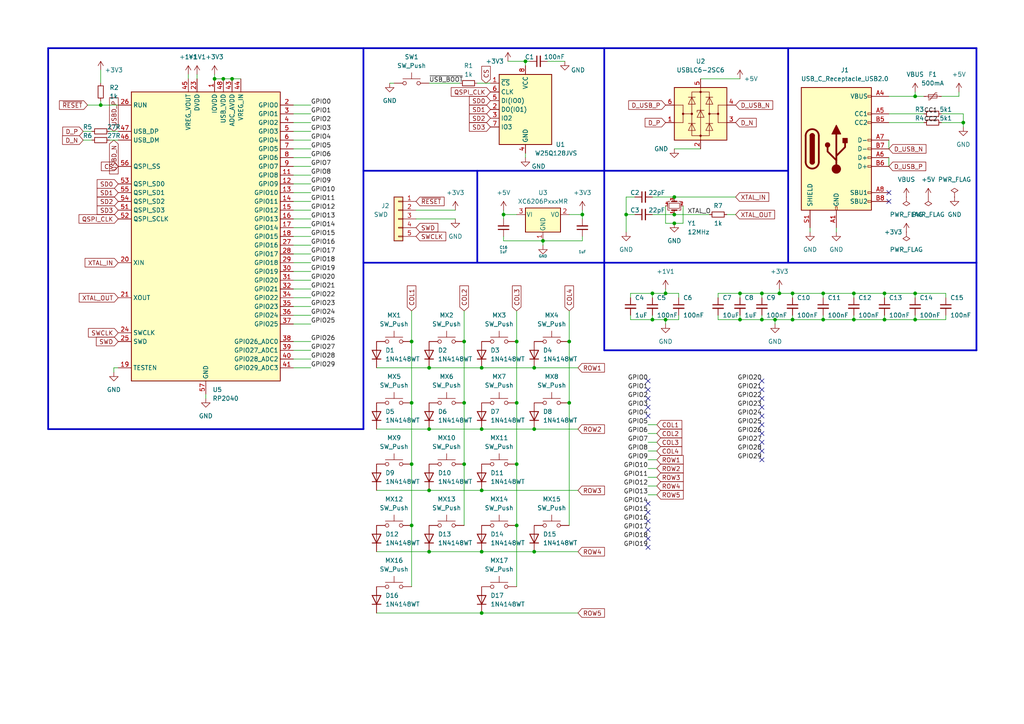
<source format=kicad_sch>
(kicad_sch (version 20230121) (generator eeschema)
  (paper "A4")
  (title_block (title "RP2040 - KB Starter") (date "2024-02-13") (rev "0.2") (company "plushugh") (comment 1 "forked from github/Sleepdealr/RP2040-designguide"))
  (junction (at 195.58 64.77))
  (junction (at 29.21 30.48))
  (junction (at 195.58 62.23))
  (junction (at 224.79 92.71))
  (junction (at 154.94 106.68))
  (junction (at 220.98 92.71))
  (junction (at 238.76 92.71))
  (junction (at 238.76 85.09))
  (junction (at 247.65 92.71))
  (junction (at 149.86 116.84))
  (junction (at 124.46 124.46))
  (junction (at 256.54 85.09))
  (junction (at 247.65 85.09))
  (junction (at 134.62 116.84))
  (junction (at 154.94 124.46))
  (junction (at 256.54 92.71))
  (junction (at 154.94 160.02))
  (junction (at 165.1 116.84))
  (junction (at 119.38 99.06))
  (junction (at 124.46 106.68))
  (junction (at 134.62 134.62))
  (junction (at 134.62 99.06))
  (junction (at 149.86 152.4))
  (junction (at 139.7 142.24))
  (junction (at 165.1 99.06))
  (junction (at 214.63 85.09))
  (junction (at 279.4 35.56))
  (junction (at 139.7 124.46))
  (junction (at 220.98 85.09))
  (junction (at 62.23 22.86))
  (junction (at 149.86 99.06))
  (junction (at 119.38 116.84))
  (junction (at 181.61 62.23))
  (junction (at 226.06 85.09))
  (junction (at 119.38 152.4))
  (junction (at 214.63 92.71))
  (junction (at 139.7 106.68))
  (junction (at 146.05 62.23))
  (junction (at 229.87 85.09))
  (junction (at 139.7 177.8))
  (junction (at 189.23 85.09))
  (junction (at 229.87 92.71))
  (junction (at 119.38 134.62))
  (junction (at 265.43 92.71))
  (junction (at 168.91 62.23))
  (junction (at 157.48 69.85))
  (junction (at 124.46 160.02))
  (junction (at 265.43 85.09))
  (junction (at 195.58 57.15))
  (junction (at 193.04 85.09))
  (junction (at 193.04 92.71))
  (junction (at 139.7 160.02))
  (junction (at 64.77 22.86))
  (junction (at 124.46 142.24))
  (junction (at 149.86 134.62))
  (junction (at 265.43 27.94))
  (junction (at 152.4 17.78))
  (junction (at 67.31 22.86))
  (junction (at 189.23 92.71))
  (no_connect (at 187.96 158.75))
  (no_connect (at 220.98 113.03))
  (no_connect (at 187.96 110.49))
  (no_connect (at 220.98 130.81))
  (no_connect (at 187.96 148.59))
  (no_connect (at 220.98 128.27))
  (no_connect (at 187.96 115.57))
  (no_connect (at 220.98 133.35))
  (no_connect (at 220.98 120.65))
  (no_connect (at 257.81 58.42))
  (no_connect (at 257.81 55.88))
  (no_connect (at 187.96 120.65))
  (no_connect (at 187.96 156.21))
  (no_connect (at 187.96 146.05))
  (no_connect (at 187.96 118.11))
  (no_connect (at 220.98 125.73))
  (no_connect (at 187.96 113.03))
  (no_connect (at 220.98 118.11))
  (no_connect (at 187.96 153.67))
  (no_connect (at 220.98 123.19))
  (no_connect (at 187.96 151.13))
  (no_connect (at 220.98 115.57))
  (no_connect (at 220.98 110.49))
  (wire (pts (xy 165.1 90.17) (xy 165.1 99.06)))
  (wire (pts (xy 90.17 81.28) (xy 85.09 81.28)))
  (wire (pts (xy 165.1 62.23) (xy 168.91 62.23)))
  (wire (pts (xy 119.38 90.17) (xy 119.38 99.06)))
  (wire (pts (xy 119.38 116.84) (xy 119.38 134.62)))
  (wire (pts (xy 190.5 135.89) (xy 187.96 135.89)))
  (wire (pts (xy 190.5 140.97) (xy 187.96 140.97)))
  (wire (pts (xy 109.22 160.02) (xy 124.46 160.02)))
  (wire (pts (xy 229.87 85.09) (xy 238.76 85.09)))
  (wire (pts (xy 238.76 85.09) (xy 238.76 86.36)))
  (wire (pts (xy 139.7 177.8) (xy 167.64 177.8)))
  (wire (pts (xy 157.48 69.85) (xy 168.91 69.85)))
  (wire (pts (xy 24.13 40.64) (xy 26.67 40.64)))
  (polyline (pts (xy 13.97 13.97) (xy 283.21 13.97)) (stroke (width 0.5) (type solid)))
  (wire (pts (xy 85.09 78.74) (xy 90.17 78.74)))
  (wire (pts (xy 187.96 125.73) (xy 190.5 125.73)))
  (wire (pts (xy 189.23 62.23) (xy 195.58 62.23)))
  (wire (pts (xy 195.58 62.23) (xy 205.74 62.23)))
  (wire (pts (xy 210.82 62.23) (xy 213.36 62.23)))
  (wire (pts (xy 214.63 91.44) (xy 214.63 92.71)))
  (wire (pts (xy 62.23 21.59) (xy 62.23 22.86)))
  (wire (pts (xy 67.31 22.86) (xy 69.85 22.86)))
  (wire (pts (xy 256.54 85.09) (xy 265.43 85.09)))
  (wire (pts (xy 265.43 85.09) (xy 265.43 86.36)))
  (wire (pts (xy 247.65 85.09) (xy 256.54 85.09)))
  (wire (pts (xy 238.76 85.09) (xy 247.65 85.09)))
  (wire (pts (xy 119.38 152.4) (xy 119.38 170.18)))
  (wire (pts (xy 146.05 60.96) (xy 146.05 62.23)))
  (wire (pts (xy 85.09 48.26) (xy 90.17 48.26)))
  (polyline (pts (xy 228.6 13.97) (xy 228.6 76.2)) (stroke (width 0.5) (type solid)))
  (wire (pts (xy 181.61 62.23) (xy 181.61 67.31)))
  (wire (pts (xy 149.86 134.62) (xy 149.86 152.4)))
  (wire (pts (xy 278.13 27.94) (xy 278.13 26.67)))
  (wire (pts (xy 90.17 104.14) (xy 85.09 104.14)))
  (wire (pts (xy 57.15 21.59) (xy 57.15 22.86)))
  (wire (pts (xy 29.21 30.48) (xy 34.29 30.48)))
  (wire (pts (xy 31.75 38.1) (xy 34.29 38.1)))
  (wire (pts (xy 165.1 99.06) (xy 165.1 116.84)))
  (wire (pts (xy 265.43 27.94) (xy 267.97 27.94)))
  (wire (pts (xy 146.05 62.23) (xy 149.86 62.23)))
  (wire (pts (xy 242.57 67.31) (xy 242.57 66.04)))
  (wire (pts (xy 193.04 59.69) (xy 193.04 64.77)))
  (wire (pts (xy 193.04 64.77) (xy 195.58 64.77)))
  (wire (pts (xy 132.08 63.5) (xy 120.65 63.5)))
  (wire (pts (xy 90.17 106.68) (xy 85.09 106.68)))
  (wire (pts (xy 189.23 91.44) (xy 189.23 92.71)))
  (wire (pts (xy 54.61 21.59) (xy 54.61 22.86)))
  (wire (pts (xy 124.46 142.24) (xy 139.7 142.24)))
  (wire (pts (xy 109.22 124.46) (xy 124.46 124.46)))
  (wire (pts (xy 24.13 38.1) (xy 26.67 38.1)))
  (wire (pts (xy 120.65 60.96) (xy 132.08 60.96)))
  (wire (pts (xy 208.28 85.09) (xy 214.63 85.09)))
  (wire (pts (xy 198.12 64.77) (xy 195.58 64.77)))
  (wire (pts (xy 198.12 59.69) (xy 198.12 64.77)))
  (polyline (pts (xy 105.41 49.53) (xy 228.6 49.53)) (stroke (width 0.5) (type solid)))
  (wire (pts (xy 146.05 68.58) (xy 146.05 69.85)))
  (wire (pts (xy 138.43 24.13) (xy 142.24 24.13)))
  (wire (pts (xy 85.09 63.5) (xy 90.17 63.5)))
  (wire (pts (xy 31.75 40.64) (xy 34.29 40.64)))
  (wire (pts (xy 119.38 134.62) (xy 119.38 152.4)))
  (wire (pts (xy 190.5 128.27) (xy 187.96 128.27)))
  (wire (pts (xy 181.61 62.23) (xy 184.15 62.23)))
  (wire (pts (xy 184.15 57.15) (xy 181.61 57.15)))
  (wire (pts (xy 181.61 57.15) (xy 181.61 62.23)))
  (wire (pts (xy 273.05 33.02) (xy 279.4 33.02)))
  (wire (pts (xy 279.4 33.02) (xy 279.4 35.56)))
  (wire (pts (xy 109.22 142.24) (xy 124.46 142.24)))
  (wire (pts (xy 33.02 106.68) (xy 34.29 106.68)))
  (wire (pts (xy 168.91 60.96) (xy 168.91 62.23)))
  (wire (pts (xy 85.09 35.56) (xy 90.17 35.56)))
  (wire (pts (xy 214.63 85.09) (xy 214.63 86.36)))
  (wire (pts (xy 265.43 26.67) (xy 265.43 27.94)))
  (wire (pts (xy 85.09 40.64) (xy 90.17 40.64)))
  (wire (pts (xy 85.09 71.12) (xy 90.17 71.12)))
  (wire (pts (xy 229.87 92.71) (xy 238.76 92.71)))
  (wire (pts (xy 238.76 92.71) (xy 238.76 91.44)))
  (wire (pts (xy 187.96 130.81) (xy 190.5 130.81)))
  (wire (pts (xy 149.86 116.84) (xy 149.86 134.62)))
  (polyline (pts (xy 175.26 76.2) (xy 175.26 13.97)) (stroke (width 0.5) (type solid)))
  (wire (pts (xy 134.62 134.62) (xy 134.62 152.4)))
  (wire (pts (xy 158.75 17.78) (xy 163.83 17.78)))
  (wire (pts (xy 193.04 92.71) (xy 196.85 92.71)))
  (wire (pts (xy 224.79 93.98) (xy 224.79 92.71)))
  (wire (pts (xy 247.65 85.09) (xy 247.65 86.36)))
  (wire (pts (xy 90.17 88.9) (xy 85.09 88.9)))
  (wire (pts (xy 85.09 76.2) (xy 90.17 76.2)))
  (wire (pts (xy 113.03 24.13) (xy 114.3 24.13)))
  (wire (pts (xy 154.94 160.02) (xy 167.64 160.02)))
  (wire (pts (xy 247.65 91.44) (xy 247.65 92.71)))
  (wire (pts (xy 109.22 177.8) (xy 139.7 177.8)))
  (wire (pts (xy 278.13 27.94) (xy 273.05 27.94)))
  (polyline (pts (xy 138.43 76.2) (xy 138.43 49.53)) (stroke (width 0.5) (type solid)))
  (wire (pts (xy 220.98 91.44) (xy 220.98 92.71)))
  (wire (pts (xy 85.09 60.96) (xy 90.17 60.96)))
  (wire (pts (xy 196.85 92.71) (xy 196.85 91.44)))
  (wire (pts (xy 265.43 85.09) (xy 274.32 85.09)))
  (wire (pts (xy 274.32 85.09) (xy 274.32 86.36)))
  (polyline (pts (xy 175.26 101.6) (xy 175.26 76.2)) (stroke (width 0.5) (type solid)))
  (polyline (pts (xy 13.97 124.46) (xy 105.41 124.46)) (stroke (width 0.5) (type solid)))
  (polyline (pts (xy 105.41 124.46) (xy 105.41 13.97)) (stroke (width 0.5) (type solid)))
  (wire (pts (xy 85.09 30.48) (xy 90.17 30.48)))
  (polyline (pts (xy 105.41 76.2) (xy 283.21 76.2)) (stroke (width 0.5) (type solid)))
  (wire (pts (xy 90.17 99.06) (xy 85.09 99.06)))
  (wire (pts (xy 85.09 38.1) (xy 90.17 38.1)))
  (wire (pts (xy 124.46 124.46) (xy 139.7 124.46)))
  (wire (pts (xy 226.06 83.82) (xy 226.06 85.09)))
  (wire (pts (xy 220.98 85.09) (xy 214.63 85.09)))
  (wire (pts (xy 220.98 85.09) (xy 220.98 86.36)))
  (wire (pts (xy 214.63 92.71) (xy 220.98 92.71)))
  (wire (pts (xy 149.86 99.06) (xy 149.86 116.84)))
  (wire (pts (xy 229.87 92.71) (xy 229.87 91.44)))
  (wire (pts (xy 256.54 85.09) (xy 256.54 86.36)))
  (wire (pts (xy 119.38 99.06) (xy 119.38 116.84)))
  (wire (pts (xy 193.04 93.98) (xy 193.04 92.71)))
  (wire (pts (xy 229.87 85.09) (xy 229.87 86.36)))
  (wire (pts (xy 152.4 45.72) (xy 152.4 44.45)))
  (wire (pts (xy 139.7 142.24) (xy 167.64 142.24)))
  (wire (pts (xy 124.46 160.02) (xy 139.7 160.02)))
  (wire (pts (xy 152.4 17.78) (xy 152.4 19.05)))
  (wire (pts (xy 256.54 92.71) (xy 265.43 92.71)))
  (wire (pts (xy 247.65 92.71) (xy 256.54 92.71)))
  (wire (pts (xy 265.43 92.71) (xy 265.43 91.44)))
  (wire (pts (xy 238.76 92.71) (xy 247.65 92.71)))
  (wire (pts (xy 85.09 45.72) (xy 90.17 45.72)))
  (wire (pts (xy 257.81 33.02) (xy 267.97 33.02)))
  (wire (pts (xy 257.81 40.64) (xy 257.81 43.18)))
  (wire (pts (xy 29.21 29.21) (xy 29.21 30.48)))
  (wire (pts (xy 189.23 85.09) (xy 193.04 85.09)))
  (wire (pts (xy 196.85 85.09) (xy 196.85 86.36)))
  (wire (pts (xy 256.54 91.44) (xy 256.54 92.71)))
  (wire (pts (xy 182.88 92.71) (xy 189.23 92.71)))
  (wire (pts (xy 182.88 91.44) (xy 182.88 92.71)))
  (wire (pts (xy 189.23 85.09) (xy 189.23 86.36)))
  (wire (pts (xy 208.28 91.44) (xy 208.28 92.71)))
  (wire (pts (xy 149.86 90.17) (xy 149.86 99.06)))
  (wire (pts (xy 208.28 92.71) (xy 214.63 92.71)))
  (polyline (pts (xy 175.26 101.6) (xy 283.21 101.6)) (stroke (width 0.5) (type solid)))
  (wire (pts (xy 193.04 83.82) (xy 193.04 85.09)))
  (wire (pts (xy 90.17 101.6) (xy 85.09 101.6)))
  (wire (pts (xy 157.48 69.85) (xy 157.48 71.12)))
  (wire (pts (xy 85.09 73.66) (xy 90.17 73.66)))
  (wire (pts (xy 168.91 68.58) (xy 168.91 69.85)))
  (wire (pts (xy 190.5 133.35) (xy 187.96 133.35)))
  (wire (pts (xy 85.09 66.04) (xy 90.17 66.04)))
  (wire (pts (xy 195.58 43.18) (xy 203.2 43.18)))
  (wire (pts (xy 257.81 45.72) (xy 257.81 48.26)))
  (wire (pts (xy 182.88 85.09) (xy 189.23 85.09)))
  (wire (pts (xy 139.7 124.46) (xy 154.94 124.46)))
  (wire (pts (xy 220.98 92.71) (xy 224.79 92.71)))
  (wire (pts (xy 85.09 43.18) (xy 90.17 43.18)))
  (wire (pts (xy 64.77 22.86) (xy 67.31 22.86)))
  (wire (pts (xy 33.02 107.95) (xy 33.02 106.68)))
  (wire (pts (xy 274.32 92.71) (xy 274.32 91.44)))
  (wire (pts (xy 265.43 92.71) (xy 274.32 92.71)))
  (wire (pts (xy 257.81 27.94) (xy 265.43 27.94)))
  (wire (pts (xy 85.09 68.58) (xy 90.17 68.58)))
  (polyline (pts (xy 283.21 101.6) (xy 283.21 13.97)) (stroke (width 0.5) (type solid)))
  (wire (pts (xy 25.4 30.48) (xy 29.21 30.48)))
  (wire (pts (xy 124.46 24.13) (xy 133.35 24.13)))
  (wire (pts (xy 190.5 138.43) (xy 187.96 138.43)))
  (wire (pts (xy 109.22 106.68) (xy 124.46 106.68)))
  (wire (pts (xy 257.81 35.56) (xy 267.97 35.56)))
  (wire (pts (xy 154.94 124.46) (xy 167.64 124.46)))
  (wire (pts (xy 134.62 90.17) (xy 134.62 99.06)))
  (wire (pts (xy 134.62 99.06) (xy 134.62 116.84)))
  (wire (pts (xy 147.32 17.78) (xy 152.4 17.78)))
  (wire (pts (xy 62.23 22.86) (xy 64.77 22.86)))
  (polyline (pts (xy 13.97 124.46) (xy 13.97 13.97)) (stroke (width 0.5) (type solid)))
  (wire (pts (xy 273.05 35.56) (xy 279.4 35.56)))
  (wire (pts (xy 90.17 83.82) (xy 85.09 83.82)))
  (wire (pts (xy 279.4 36.83) (xy 279.4 35.56)))
  (wire (pts (xy 149.86 152.4) (xy 149.86 170.18)))
  (wire (pts (xy 85.09 86.36) (xy 90.17 86.36)))
  (wire (pts (xy 189.23 92.71) (xy 193.04 92.71)))
  (wire (pts (xy 189.23 57.15) (xy 195.58 57.15)))
  (wire (pts (xy 193.04 85.09) (xy 196.85 85.09)))
  (wire (pts (xy 190.5 143.51) (xy 187.96 143.51)))
  (wire (pts (xy 85.09 55.88) (xy 90.17 55.88)))
  (wire (pts (xy 59.69 115.57) (xy 59.69 114.3)))
  (wire (pts (xy 139.7 160.02) (xy 154.94 160.02)))
  (wire (pts (xy 234.95 66.04) (xy 234.95 67.31)))
  (wire (pts (xy 182.88 85.09) (xy 182.88 86.36)))
  (wire (pts (xy 85.09 33.02) (xy 90.17 33.02)))
  (wire (pts (xy 168.91 62.23) (xy 168.91 63.5)))
  (wire (pts (xy 90.17 93.98) (xy 85.09 93.98)))
  (wire (pts (xy 208.28 86.36) (xy 208.28 85.09)))
  (wire (pts (xy 190.5 123.19) (xy 187.96 123.19)))
  (wire (pts (xy 85.09 58.42) (xy 90.17 58.42)))
  (wire (pts (xy 220.98 85.09) (xy 226.06 85.09)))
  (wire (pts (xy 226.06 85.09) (xy 229.87 85.09)))
  (wire (pts (xy 85.09 53.34) (xy 90.17 53.34)))
  (wire (pts (xy 90.17 91.44) (xy 85.09 91.44)))
  (wire (pts (xy 134.62 116.84) (xy 134.62 134.62)))
  (wire (pts (xy 146.05 69.85) (xy 157.48 69.85)))
  (wire (pts (xy 154.94 106.68) (xy 167.64 106.68)))
  (wire (pts (xy 224.79 92.71) (xy 229.87 92.71)))
  (wire (pts (xy 124.46 106.68) (xy 139.7 106.68)))
  (wire (pts (xy 146.05 62.23) (xy 146.05 63.5)))
  (wire (pts (xy 139.7 106.68) (xy 154.94 106.68)))
  (wire (pts (xy 195.58 57.15) (xy 213.36 57.15)))
  (wire (pts (xy 203.2 22.86) (xy 214.63 22.86)))
  (wire (pts (xy 85.09 50.8) (xy 90.17 50.8)))
  (wire (pts (xy 165.1 116.84) (xy 165.1 152.4)))
  (wire (pts (xy 29.21 20.32) (xy 29.21 24.13)))
  (wire (pts (xy 152.4 17.78) (xy 153.67 17.78)))
  (label "GPIO28" (at 90.17 104.14 0))
  (label "GPIO21" (at 220.98 113.03 180))
  (label "GPIO18" (at 90.17 76.2 0))
  (label "GPIO5" (at 90.17 43.18 0))
  (label "GPIO12" (at 187.96 140.97 180))
  (label "CC1" (at 267.97 33.02 0))
  (label "GPIO26" (at 220.98 125.73 180))
  (label "GPIO2" (at 187.96 115.57 180))
  (label "GPIO8" (at 90.17 50.8 0))
  (label "GPIO20" (at 90.17 81.28 0))
  (label "GPIO19" (at 187.96 158.75 180))
  (label "GPIO24" (at 220.98 120.65 180))
  (label "GPIO28" (at 220.98 130.81 180))
  (label "GPIO25" (at 90.17 93.98 0))
  (label "GPIO5" (at 187.96 123.19 180))
  (label "GPIO23" (at 220.98 118.11 180))
  (label "GPIO7" (at 187.96 128.27 180))
  (label "GPIO22" (at 220.98 115.57 180))
  (label "GPIO13" (at 187.96 143.51 180))
  (label "GPIO12" (at 90.17 60.96 0))
  (label "GPIO4" (at 90.17 40.64 0))
  (label "GPIO11" (at 90.17 58.42 0))
  (label "GPIO2" (at 90.17 35.56 0))
  (label "GPIO9" (at 90.17 53.34 0))
  (label "GPIO8" (at 187.96 130.81 180))
  (label "GPIO17" (at 90.17 73.66 0))
  (label "GPIO18" (at 187.96 156.21 180))
  (label "GPIO6" (at 187.96 125.73 180))
  (label "GPIO27" (at 220.98 128.27 180))
  (label "XTAL_O" (at 199.39 62.23 0))
  (label "GPIO3" (at 90.17 38.1 0))
  (label "GPIO25" (at 220.98 123.19 180))
  (label "GPIO29" (at 90.17 106.68 0))
  (label "GPIO13" (at 90.17 63.5 0))
  (label "GPIO15" (at 90.17 68.58 0))
  (label "GPIO1" (at 187.96 113.03 180))
  (label "GPIO21" (at 90.17 83.82 0))
  (label "GPIO20" (at 220.98 110.49 180))
  (label "GPIO27" (at 90.17 101.6 0))
  (label "GPIO22" (at 90.17 86.36 0))
  (label "GPIO26" (at 90.17 99.06 0))
  (label "GPIO7" (at 90.17 48.26 0))
  (label "CC2" (at 267.97 35.56 0))
  (label "GPIO29" (at 220.98 133.35 180))
  (label "GPIO4" (at 187.96 120.65 180))
  (label "~{USB_BOOT}" (at 124.46 24.13 0))
  (label "GPIO0" (at 187.96 110.49 180))
  (label "GPIO23" (at 90.17 88.9 0))
  (label "GPIO15" (at 187.96 148.59 180))
  (label "GPIO6" (at 90.17 45.72 0))
  (label "GPIO14" (at 187.96 146.05 180))
  (label "GPIO19" (at 90.17 78.74 0))
  (label "GPIO16" (at 90.17 71.12 0))
  (label "GPIO16" (at 187.96 151.13 180))
  (label "GPIO24" (at 90.17 91.44 0))
  (label "GPIO9" (at 187.96 133.35 180))
  (label "GPIO3" (at 187.96 118.11 180))
  (label "GPIO10" (at 187.96 135.89 180))
  (label "GPIO11" (at 187.96 138.43 180))
  (label "GPIO0" (at 90.17 30.48 0))
  (label "GPIO17" (at 187.96 153.67 180))
  (label "GPIO14" (at 90.17 66.04 0))
  (label "GPIO1" (at 90.17 33.02 0))
  (label "GPIO10" (at 90.17 55.88 0))
  (global_label "COL2" (shape input) (at 134.62 90.17 90) (property "Intersheetrefs" "${INTERSHEET_REFS}" (effects hide)))
  (global_label "SWCLK" (shape input) (at 34.29 96.52 180) (property "Intersheetrefs" "${INTERSHEET_REFS}" (effects hide)))
  (global_label "ROW1" (shape input) (at 190.5 133.35 0) (property "Intersheetrefs" "${INTERSHEET_REFS}" (effects hide)))
  (global_label "USBD_N" (shape input) (at 33.02 40.64 270) (property "Intersheetrefs" "${INTERSHEET_REFS}" (effects hide)))
  (global_label "QSPI_CLK" (shape input) (at 142.24 26.67 180) (property "Intersheetrefs" "${INTERSHEET_REFS}" (effects hide)))
  (global_label "SD0" (shape input) (at 34.29 53.34 180) (property "Intersheetrefs" "${INTERSHEET_REFS}" (effects hide)))
  (global_label "XTAL_IN" (shape input) (at 34.29 76.2 180) (property "Intersheetrefs" "${INTERSHEET_REFS}" (effects hide)))
  (global_label "D_P" (shape input) (at 24.13 38.1 180) (property "Intersheetrefs" "${INTERSHEET_REFS}" (effects hide)))
  (global_label "SWCLK" (shape input) (at 120.65 68.58 0) (property "Intersheetrefs" "${INTERSHEET_REFS}" (effects hide)))
  (global_label "ROW3" (shape input) (at 190.5 138.43 0) (property "Intersheetrefs" "${INTERSHEET_REFS}" (effects hide)))
  (global_label "COL3" (shape input) (at 190.5 128.27 0) (property "Intersheetrefs" "${INTERSHEET_REFS}" (effects hide)))
  (global_label "ROW4" (shape input) (at 167.64 160.02 0) (property "Intersheetrefs" "${INTERSHEET_REFS}" (effects hide)))
  (global_label "D_N" (shape input) (at 24.13 40.64 180) (property "Intersheetrefs" "${INTERSHEET_REFS}" (effects hide)))
  (global_label "D_USB_N" (shape input) (at 213.36 30.48 0) (property "Intersheetrefs" "${INTERSHEET_REFS}" (effects hide)))
  (global_label "ROW2" (shape input) (at 190.5 135.89 0) (property "Intersheetrefs" "${INTERSHEET_REFS}" (effects hide)))
  (global_label "XTAL_IN" (shape input) (at 213.36 57.15 0) (property "Intersheetrefs" "${INTERSHEET_REFS}" (effects hide)))
  (global_label "XTAL_OUT" (shape input) (at 34.29 86.36 180) (property "Intersheetrefs" "${INTERSHEET_REFS}" (effects hide)))
  (global_label "D_USB_P" (shape input) (at 257.81 48.26 0) (property "Intersheetrefs" "${INTERSHEET_REFS}" (effects hide)))
  (global_label "COL4" (shape input) (at 190.5 130.81 0) (property "Intersheetrefs" "${INTERSHEET_REFS}" (effects hide)))
  (global_label "SD1" (shape input) (at 34.29 55.88 180) (property "Intersheetrefs" "${INTERSHEET_REFS}" (effects hide)))
  (global_label "ROW4" (shape input) (at 190.5 140.97 0) (property "Intersheetrefs" "${INTERSHEET_REFS}" (effects hide)))
  (global_label "XTAL_OUT" (shape input) (at 213.36 62.23 0) (property "Intersheetrefs" "${INTERSHEET_REFS}" (effects hide)))
  (global_label "ROW5" (shape input) (at 190.5 143.51 0) (property "Intersheetrefs" "${INTERSHEET_REFS}" (effects hide)))
  (global_label "CS" (shape input) (at 140.97 24.13 90) (property "Intersheetrefs" "${INTERSHEET_REFS}" (effects hide)))
  (global_label "D_N" (shape input) (at 213.36 35.56 0) (property "Intersheetrefs" "${INTERSHEET_REFS}" (effects hide)))
  (global_label "COL2" (shape input) (at 190.5 125.73 0) (property "Intersheetrefs" "${INTERSHEET_REFS}" (effects hide)))
  (global_label "D_P" (shape input) (at 193.04 35.56 180) (property "Intersheetrefs" "${INTERSHEET_REFS}" (effects hide)))
  (global_label "CS" (shape input) (at 34.29 48.26 180) (property "Intersheetrefs" "${INTERSHEET_REFS}" (effects hide)))
  (global_label "USBD_P" (shape input) (at 33.02 38.1 90) (property "Intersheetrefs" "${INTERSHEET_REFS}" (effects hide)))
  (global_label "COL3" (shape input) (at 149.86 90.17 90) (property "Intersheetrefs" "${INTERSHEET_REFS}" (effects hide)))
  (global_label "SWD" (shape input) (at 34.29 99.06 180) (property "Intersheetrefs" "${INTERSHEET_REFS}" (effects hide)))
  (global_label "SD1" (shape input) (at 142.24 31.75 180) (property "Intersheetrefs" "${INTERSHEET_REFS}" (effects hide)))
  (global_label "ROW3" (shape input) (at 167.64 142.24 0) (property "Intersheetrefs" "${INTERSHEET_REFS}" (effects hide)))
  (global_label "SD3" (shape input) (at 34.29 60.96 180) (property "Intersheetrefs" "${INTERSHEET_REFS}" (effects hide)))
  (global_label "ROW5" (shape input) (at 167.64 177.8 0) (property "Intersheetrefs" "${INTERSHEET_REFS}" (effects hide)))
  (global_label "ROW1" (shape input) (at 167.64 106.68 0) (property "Intersheetrefs" "${INTERSHEET_REFS}" (effects hide)))
  (global_label "~{RESET}" (shape input) (at 120.65 58.42 0) (property "Intersheetrefs" "${INTERSHEET_REFS}" (effects hide)))
  (global_label "D_USB_P" (shape input) (at 193.04 30.48 180) (property "Intersheetrefs" "${INTERSHEET_REFS}" (effects hide)))
  (global_label "ROW2" (shape input) (at 167.64 124.46 0) (property "Intersheetrefs" "${INTERSHEET_REFS}" (effects hide)))
  (global_label "COL4" (shape input) (at 165.1 90.17 90) (property "Intersheetrefs" "${INTERSHEET_REFS}" (effects hide)))
  (global_label "D_USB_N" (shape input) (at 257.81 43.18 0) (property "Intersheetrefs" "${INTERSHEET_REFS}" (effects hide)))
  (global_label "QSPI_CLK" (shape input) (at 34.29 63.5 180) (property "Intersheetrefs" "${INTERSHEET_REFS}" (effects hide)))
  (global_label "SD2" (shape input) (at 34.29 58.42 180) (property "Intersheetrefs" "${INTERSHEET_REFS}" (effects hide)))
  (global_label "SD2" (shape input) (at 142.24 34.29 180) (property "Intersheetrefs" "${INTERSHEET_REFS}" (effects hide)))
  (global_label "COL1" (shape input) (at 190.5 123.19 0) (property "Intersheetrefs" "${INTERSHEET_REFS}" (effects hide)))
  (global_label "COL1" (shape input) (at 119.38 90.17 90) (property "Intersheetrefs" "${INTERSHEET_REFS}" (effects hide)))
  (global_label "SD3" (shape input) (at 142.24 36.83 180) (property "Intersheetrefs" "${INTERSHEET_REFS}" (effects hide)))
  (global_label "SWD" (shape input) (at 120.65 66.04 0) (property "Intersheetrefs" "${INTERSHEET_REFS}" (effects hide)))
  (global_label "SD0" (shape input) (at 142.24 29.21 180) (property "Intersheetrefs" "${INTERSHEET_REFS}" (effects hide)))
  (global_label "~{RESET}" (shape input) (at 25.4 30.48 180) (property "Intersheetrefs" "${INTERSHEET_REFS}" (effects hide)))
  (symbol (lib_id "Device:R_Small") (at 270.51 35.56 90) (unit 1)
    (property "Reference" "R4" (at 266.7 34.29 90))
    (property "Value" "5k1" (at 274.32 34.29 90))
    (property "Footprint" "Resistor_SMD:R_0402_1005Metric" (effects hide))
    (property "LCSC" "C25905" (effects hide))
  )
  (symbol (lib_id "power:VBUS") (at 265.43 26.67 0) (unit 1)
    (property "Reference" "#PWR08" (effects hide))
    (property "Value" "VBUS" (at 265.43 21.59 0))
  )
  (symbol (lib_id "Switch:SW_Push") (at 114.3 116.84 0) (unit 1)
    (property "Reference" "MX5" (at 114.3 109.22 0))
    (property "Value" "SW_Push" (at 114.3 111.76 0))
    (property "Footprint" "PCM_Switch_Keyboard_Hotswap_Kailh:SW_Hotswap_Kailh_MX_1.00u" (effects hide))
  )
  (symbol (lib_id "Switch:SW_Push") (at 114.3 134.62 0) (unit 1)
    (property "Reference" "MX9" (at 114.3 127 0))
    (property "Value" "SW_Push" (at 114.3 129.54 0))
    (property "Footprint" "PCM_Switch_Keyboard_Hotswap_Kailh:SW_Hotswap_Kailh_MX_1.00u" (effects hide))
  )
  (symbol (lib_id "Device:C_Small") (at 247.65 88.9 0) (unit 1)
    (property "Reference" "C12" (at 248.92 86.3599 0) (effects (justify left)))
    (property "Value" "100nF" (at 248.92 91.4399 0) (effects (justify left)))
    (property "Footprint" "Capacitor_SMD:C_0402_1005Metric" (effects hide))
    (property "LCSC" "C1525" (effects hide))
  )
  (symbol (lib_id "power:GND") (at 234.95 67.31 0) (unit 1)
    (property "Reference" "#PWR014" (effects hide))
    (property "Value" "GND" (at 234.95 72.39 0))
  )
  (symbol (lib_id "power:+3V3") (at 168.91 60.96 0) (unit 1)
    (property "Reference" "#PWR033" (effects hide))
    (property "Value" "+3V3" (at 168.91 55.88 0))
  )
  (symbol (lib_id "power:+3V3") (at 147.32 17.78 0) (unit 1)
    (property "Reference" "#PWR01" (effects hide))
    (property "Value" "+3V3" (at 143.51 17.78 0))
  )
  (symbol (lib_id "Switch:SW_Push") (at 144.78 152.4 0) (unit 1)
    (property "Reference" "MX14" (at 144.78 144.78 0))
    (property "Value" "SW_Push" (at 144.78 147.32 0))
    (property "Footprint" "PCM_Switch_Keyboard_Hotswap_Kailh:SW_Hotswap_Kailh_MX_1.00u" (effects hide))
  )
  (symbol (lib_id "Switch:SW_Push") (at 144.78 170.18 0) (unit 1)
    (property "Reference" "MX17" (at 144.78 162.56 0))
    (property "Value" "SW_Push" (at 144.78 165.1 0))
    (property "Footprint" "PCM_Switch_Keyboard_Hotswap_Kailh:SW_Hotswap_Kailh_MX_1.00u" (effects hide))
  )
  (symbol (lib_id "Switch:SW_Push") (at 160.02 99.06 0) (unit 1)
    (property "Reference" "MX4" (at 160.02 91.44 0))
    (property "Value" "SW_Push" (at 160.02 93.98 0))
    (property "Footprint" "PCM_Switch_Keyboard_Hotswap_Kailh:SW_Hotswap_Kailh_MX_1.00u" (effects hide))
  )
  (symbol (lib_id "Device:Polyfuse_Small") (at 270.51 27.94 90) (unit 1)
    (property "Reference" "F1" (at 270.51 21.59 90))
    (property "Value" "500mA" (at 270.51 24.13 90))
    (property "Footprint" "Fuse:Fuse_1206_3216Metric" (effects hide))
    (property "LCSC" "C70076" (effects hide))
  )
  (symbol (lib_id "power:+3V3") (at 262.89 67.31 0) (unit 1)
    (property "Reference" "#PWR032" (effects hide))
    (property "Value" "+3V3" (at 259.08 67.31 0))
  )
  (symbol (lib_id "power:+5V") (at 278.13 26.67 0) (unit 1)
    (property "Reference" "#PWR09" (effects hide))
    (property "Value" "+5V" (at 278.13 21.59 0))
  )
  (symbol (lib_id "power:GND") (at 224.79 93.98 0) (unit 1)
    (property "Reference" "#PWR026" (effects hide))
    (property "Value" "GND" (at 224.79 99.06 0))
  )
  (symbol (lib_id "Device:C_Small") (at 208.28 88.9 0) (unit 1)
    (property "Reference" "C7" (at 209.55 86.3599 0) (effects (justify left)))
    (property "Value" "10uF" (at 209.55 91.4399 0) (effects (justify left)))
    (property "Footprint" "Capacitor_SMD:C_0402_1005Metric" (effects hide))
    (property "LCSC" "C15525" (effects hide))
  )
  (symbol (lib_id "power:+3V3") (at 132.08 60.96 0) (unit 1)
    (property "Reference" "#PWR021" (effects hide))
    (property "Value" "+3V3" (at 132.08 55.88 0))
  )
  (symbol (lib_id "power:GND") (at 195.58 64.77 0) (unit 1)
    (property "Reference" "#PWR013" (effects hide))
    (property "Value" "GND" (at 195.58 69.85 0))
  )
  (symbol (lib_id "Diode:1N4148WT") (at 139.7 156.21 90) (unit 1)
    (property "Reference" "D14" (at 142.24 154.94 90) (effects (justify right)))
    (property "Value" "1N4148WT" (at 142.24 157.48 90) (effects (justify right)))
    (property "Footprint" "Diode_SMD:D_SOD-523" (effects hide))
    (property "Datasheet" "https://www.diodes.com/assets/Datasheets/ds30396.pdf" (effects hide))
    (property "Sim.Device" "D" (effects hide))
    (property "Sim.Pins" "1=K 2=A" (effects hide))
  )
  (symbol (lib_id "Diode:1N4148WT") (at 124.46 120.65 90) (unit 1)
    (property "Reference" "D6" (at 127 119.38 90) (effects (justify right)))
    (property "Value" "1N4148WT" (at 127 121.92 90) (effects (justify right)))
    (property "Footprint" "Diode_SMD:D_SOD-523" (effects hide))
    (property "Datasheet" "https://www.diodes.com/assets/Datasheets/ds30396.pdf" (effects hide))
    (property "Sim.Device" "D" (effects hide))
    (property "Sim.Pins" "1=K 2=A" (effects hide))
  )
  (symbol (lib_id "Diode:1N4148WT") (at 124.46 102.87 90) (unit 1)
    (property "Reference" "D2" (at 127 101.6 90) (effects (justify right)))
    (property "Value" "1N4148WT" (at 127 104.14 90) (effects (justify right)))
    (property "Footprint" "Diode_SMD:D_SOD-523" (effects hide))
    (property "Datasheet" "https://www.diodes.com/assets/Datasheets/ds30396.pdf" (effects hide))
    (property "Sim.Device" "D" (effects hide))
    (property "Sim.Pins" "1=K 2=A" (effects hide))
  )
  (symbol (lib_id "Device:C_Small") (at 274.32 88.9 0) (unit 1)
    (property "Reference" "C15" (at 275.59 86.3599 0) (effects (justify left)))
    (property "Value" "100nF" (at 275.59 91.4399 0) (effects (justify left)))
    (property "Footprint" "Capacitor_SMD:C_0402_1005Metric" (effects hide))
    (property "LCSC" "C1525" (effects hide))
  )
  (symbol (lib_id "power:GND") (at 152.4 45.72 0) (unit 1)
    (property "Reference" "#PWR011" (effects hide))
    (property "Value" "GND" (at 156.21 48.26 0))
  )
  (symbol (lib_id "Switch:SW_Push") (at 119.38 24.13 0) (unit 1) (in_bom no)
    (property "Reference" "SW1" (at 119.38 16.51 0))
    (property "Value" "SW_Push" (at 119.38 19.05 0))
    (property "Footprint" "Button_Switch_SMD:SW_SPST_FSMSM" (effects hide))
  )
  (symbol (lib_id "Device:C_Small") (at 182.88 88.9 0) (unit 1)
    (property "Reference" "C4" (at 184.15 86.3599 0) (effects (justify left)))
    (property "Value" "1uF" (at 184.15 91.4399 0) (effects (justify left)))
    (property "Footprint" "Capacitor_SMD:C_0402_1005Metric" (effects hide))
    (property "LCSC" "C52923" (effects hide))
  )
  (symbol (lib_id "Switch:SW_Push") (at 129.54 134.62 0) (unit 1)
    (property "Reference" "MX10" (at 129.54 127 0))
    (property "Value" "SW_Push" (at 129.54 129.54 0))
    (property "Footprint" "PCM_Switch_Keyboard_Hotswap_Kailh:SW_Hotswap_Kailh_MX_1.00u" (effects hide))
  )
  (symbol (lib_id "power:GND") (at 157.48 71.12 0) (unit 1)
    (property "Reference" "#PWR027" (effects hide))
    (property "Value" "GND" (at 157.48 74.295 0) (effects (font (size 0.762 0.762))))
  )
  (symbol (lib_id "Device:C_Small") (at 156.21 17.78 90) (unit 1)
    (property "Reference" "C1" (at 154.9399 16.51 90) (effects (justify left)))
    (property "Value" "100nF" (at 163.8299 16.51 90) (effects (justify left)))
    (property "Footprint" "Capacitor_SMD:C_0402_1005Metric" (effects hide))
    (property "LCSC" "C1525" (effects hide))
  )
  (symbol (lib_id "Device:R_Small") (at 29.21 26.67 0) (unit 1)
    (property "Reference" "R2" (at 31.75 25.3999 0) (effects (justify left)))
    (property "Value" "1k" (at 31.75 27.9399 0) (effects (justify left)))
    (property "Footprint" "Resistor_SMD:R_0402_1005Metric" (effects hide))
    (property "LCSC" "C11702" (effects hide))
  )
  (symbol (lib_id "Device:C_Small") (at 186.69 62.23 90) (unit 1)
    (property "Reference" "C3" (at 184.15 60.96 90))
    (property "Value" "22pF" (at 190.5 60.96 90))
    (property "Footprint" "Capacitor_SMD:C_0402_1005Metric" (effects hide))
    (property "LCSC" "C1555" (effects hide))
  )
  (symbol (lib_id "Power_Protection:USBLC6-2SC6") (at 203.2 33.02 0) (unit 1)
    (property "Reference" "U2" (at 203.2 17.78 0))
    (property "Value" "USBLC6-2SC6" (at 203.2 20.32 0))
    (property "Footprint" "Package_TO_SOT_SMD:SOT-23-6" (effects hide))
    (property "Datasheet" "https://www.st.com/resource/en/datasheet/usblc6-2.pdf" (effects hide))
    (property "LCSC" "C2827654" (effects hide))
  )
  (symbol (lib_id "power:+3V3") (at 29.21 20.32 0) (unit 1)
    (property "Reference" "#PWR04" (effects hide))
    (property "Value" "+3V3" (at 33.02 20.32 0))
  )
  (symbol (lib_id "Diode:1N4148WT") (at 154.94 120.65 90) (unit 1)
    (property "Reference" "D8" (at 157.48 119.38 90) (effects (justify right)))
    (property "Value" "1N4148WT" (at 157.48 121.92 90) (effects (justify right)))
    (property "Footprint" "Diode_SMD:D_SOD-523" (effects hide))
    (property "Datasheet" "https://www.diodes.com/assets/Datasheets/ds30396.pdf" (effects hide))
    (property "Sim.Device" "D" (effects hide))
    (property "Sim.Pins" "1=K 2=A" (effects hide))
  )
  (symbol (lib_id "Switch:SW_Push") (at 160.02 152.4 0) (unit 1)
    (property "Reference" "MX15" (at 160.02 144.78 0))
    (property "Value" "SW_Push" (at 160.02 147.32 0))
    (property "Footprint" "PCM_Switch_Keyboard_Hotswap_Kailh:SW_Hotswap_Kailh_MX_2.00u_90deg" (effects hide))
  )
  (symbol (lib_id "Device:C_Small") (at 168.91 66.04 180) (unit 1)
    (property "Reference" "C17" (effects hide))
    (property "Value" "1uF" (at 168.91 73.025 0) (effects (font (size 0.762 0.762))))
    (property "Footprint" "Capacitor_SMD:C_0402_1005Metric" (effects hide))
    (property "LCSC" "C52923" (effects hide))
  )
  (symbol (lib_id "power:PWR_FLAG") (at 269.24 57.15 180) (unit 1)
    (property "Reference" "#FLG02" (effects hide))
    (property "Value" "PWR_FLAG" (at 269.24 62.23 0))
  )
  (symbol (lib_id "power:+3V3") (at 226.06 83.82 0) (unit 1)
    (property "Reference" "#PWR020" (effects hide))
    (property "Value" "+3V3" (at 226.06 78.74 0))
  )
  (symbol (lib_id "Connector_Generic:Conn_01x05") (at 115.57 63.5 0) (mirror y) (unit 1) (in_bom no)
    (property "Reference" "J2" (at 111.76 59.69 0))
    (property "Value" "SWD" (at 110.49 62.23 0))
    (property "Footprint" "Connector_PinSocket_2.54mm:PinSocket_1x05_P2.54mm_Vertical" (effects hide))
  )
  (symbol (lib_id "power:GND") (at 181.61 67.31 0) (unit 1)
    (property "Reference" "#PWR016" (effects hide))
    (property "Value" "GND" (at 181.61 72.39 0))
  )
  (symbol (lib_id "Device:C_Small") (at 265.43 88.9 0) (unit 1)
    (property "Reference" "C14" (at 266.7 86.3599 0) (effects (justify left)))
    (property "Value" "100nF" (at 266.7 91.4399 0) (effects (justify left)))
    (property "Footprint" "Capacitor_SMD:C_0402_1005Metric" (effects hide))
    (property "LCSC" "C1525" (effects hide))
  )
  (symbol (lib_id "power:+1V1") (at 57.15 21.59 0) (unit 1)
    (property "Reference" "#PWR031" (effects hide))
    (property "Value" "+1V1" (at 57.15 16.51 0))
  )
  (symbol (lib_id "Switch:SW_Push") (at 129.54 99.06 0) (unit 1)
    (property "Reference" "MX2" (at 129.54 91.44 0))
    (property "Value" "SW_Push" (at 129.54 93.98 0))
    (property "Footprint" "PCM_Switch_Keyboard_Hotswap_Kailh:SW_Hotswap_Kailh_MX_1.00u" (effects hide))
  )
  (symbol (lib_id "power:+1V1") (at 54.61 21.59 0) (unit 1)
    (property "Reference" "#PWR018" (effects hide))
    (property "Value" "+1V1" (at 54.61 16.51 0))
  )
  (symbol (lib_id "Diode:1N4148WT") (at 124.46 156.21 90) (unit 1)
    (property "Reference" "D13" (at 127 154.94 90) (effects (justify right)))
    (property "Value" "1N4148WT" (at 127 157.48 90) (effects (justify right)))
    (property "Footprint" "Diode_SMD:D_SOD-523" (effects hide))
    (property "Datasheet" "https://www.diodes.com/assets/Datasheets/ds30396.pdf" (effects hide))
    (property "Sim.Device" "D" (effects hide))
    (property "Sim.Pins" "1=K 2=A" (effects hide))
  )
  (symbol (lib_id "Diode:1N4148WT") (at 139.7 120.65 90) (unit 1)
    (property "Reference" "D7" (at 142.24 119.38 90) (effects (justify right)))
    (property "Value" "1N4148WT" (at 142.24 121.92 90) (effects (justify right)))
    (property "Footprint" "Diode_SMD:D_SOD-523" (effects hide))
    (property "Datasheet" "https://www.diodes.com/assets/Datasheets/ds30396.pdf" (effects hide))
    (property "Sim.Device" "D" (effects hide))
    (property "Sim.Pins" "1=K 2=A" (effects hide))
  )
  (symbol (lib_id "Device:C_Small") (at 214.63 88.9 0) (unit 1)
    (property "Reference" "C8" (at 215.9 86.3599 0) (effects (justify left)))
    (property "Value" "1uF" (at 215.9 91.4399 0) (effects (justify left)))
    (property "Footprint" "Capacitor_SMD:C_0402_1005Metric" (effects hide))
    (property "LCSC" "C52923" (effects hide))
  )
  (symbol (lib_id "power:+5V") (at 146.05 60.96 0) (unit 1)
    (property "Reference" "#PWR023" (effects hide))
    (property "Value" "+5V" (at 146.05 55.88 0))
  )
  (symbol (lib_id "Diode:1N4148WT") (at 109.22 120.65 90) (unit 1)
    (property "Reference" "D5" (at 111.76 119.38 90) (effects (justify right)))
    (property "Value" "1N4148WT" (at 111.76 121.92 90) (effects (justify right)))
    (property "Footprint" "Diode_SMD:D_SOD-523" (effects hide))
    (property "Datasheet" "https://www.diodes.com/assets/Datasheets/ds30396.pdf" (effects hide))
    (property "Sim.Device" "D" (effects hide))
    (property "Sim.Pins" "1=K 2=A" (effects hide))
  )
  (symbol (lib_id "Diode:1N4148WT") (at 109.22 138.43 90) (unit 1)
    (property "Reference" "D9" (at 111.76 137.16 90) (effects (justify right)))
    (property "Value" "1N4148WT" (at 111.76 139.7 90) (effects (justify right)))
    (property "Footprint" "Diode_SMD:D_SOD-523" (effects hide))
    (property "Datasheet" "https://www.diodes.com/assets/Datasheets/ds30396.pdf" (effects hide))
    (property "Sim.Device" "D" (effects hide))
    (property "Sim.Pins" "1=K 2=A" (effects hide))
  )
  (symbol (lib_id "power:GND") (at 163.83 17.78 0) (unit 1)
    (property "Reference" "#PWR02" (effects hide))
    (property "Value" "GND" (at 167.64 20.32 0))
  )
  (symbol (lib_id "Device:C_Small") (at 186.69 57.15 90) (unit 1)
    (property "Reference" "C2" (at 184.15 55.88 90))
    (property "Value" "22pF" (at 190.5 55.88 90))
    (property "Footprint" "Capacitor_SMD:C_0402_1005Metric" (effects hide))
    (property "LCSC" "C1555" (effects hide))
  )
  (symbol (lib_id "Device:C_Small") (at 238.76 88.9 0) (unit 1)
    (property "Reference" "C11" (at 240.03 86.3599 0) (effects (justify left)))
    (property "Value" "100nF" (at 240.03 91.4399 0) (effects (justify left)))
    (property "Footprint" "Capacitor_SMD:C_0402_1005Metric" (effects hide))
    (property "LCSC" "C1525" (effects hide))
  )
  (symbol (lib_id "Switch:SW_Push") (at 114.3 152.4 0) (unit 1)
    (property "Reference" "MX12" (at 114.3 144.78 0))
    (property "Value" "SW_Push" (at 114.3 147.32 0))
    (property "Footprint" "PCM_Switch_Keyboard_Hotswap_Kailh:SW_Hotswap_Kailh_MX_2.00u_90deg" (effects hide))
  )
  (symbol (lib_id "Switch:SW_Push") (at 129.54 116.84 0) (unit 1)
    (property "Reference" "MX6" (at 129.54 109.22 0))
    (property "Value" "SW_Push" (at 129.54 111.76 0))
    (property "Footprint" "PCM_Switch_Keyboard_Hotswap_Kailh:SW_Hotswap_Kailh_MX_1.00u" (effects hide))
  )
  (symbol (lib_id "Diode:1N4148WT") (at 109.22 156.21 90) (unit 1)
    (property "Reference" "D12" (at 111.76 154.94 90) (effects (justify right)))
    (property "Value" "1N4148WT" (at 111.76 157.48 90) (effects (justify right)))
    (property "Footprint" "Diode_SMD:D_SOD-523" (effects hide))
    (property "Datasheet" "https://www.diodes.com/assets/Datasheets/ds30396.pdf" (effects hide))
    (property "Sim.Device" "D" (effects hide))
    (property "Sim.Pins" "1=K 2=A" (effects hide))
  )
  (symbol (lib_id "Device:C_Small") (at 229.87 88.9 0) (unit 1)
    (property "Reference" "C10" (at 231.14 86.3599 0) (effects (justify left)))
    (property "Value" "100nF" (at 231.14 91.4399 0) (effects (justify left)))
    (property "Footprint" "Capacitor_SMD:C_0402_1005Metric" (effects hide))
    (property "LCSC" "C1525" (effects hide))
  )
  (symbol (lib_id "Device:R_Small") (at 270.51 33.02 90) (unit 1)
    (property "Reference" "R3" (at 266.7 31.75 90))
    (property "Value" "5k1" (at 274.32 31.75 90))
    (property "Footprint" "Resistor_SMD:R_0402_1005Metric" (effects hide))
    (property "LCSC" "C25905" (effects hide))
  )
  (symbol (lib_id "Device:Crystal_GND24_Small") (at 195.58 59.69 90) (unit 1)
    (property "Reference" "Y1" (at 199.39 64.77 90) (effects (justify right)))
    (property "Value" "12MHz" (at 199.39 67.31 90) (effects (justify right)))
    (property "Footprint" "Crystal:Crystal_SMD_3225-4Pin_3.2x2.5mm" (effects hide))
    (property "LCSC" "C9002" (effects hide))
  )
  (symbol (lib_id "Device:C_Small") (at 256.54 88.9 0) (unit 1)
    (property "Reference" "C13" (at 257.81 86.3599 0) (effects (justify left)))
    (property "Value" "100nF" (at 257.81 91.4399 0) (effects (justify left)))
    (property "Footprint" "Capacitor_SMD:C_0402_1005Metric" (effects hide))
    (property "LCSC" "C1525" (effects hide))
  )
  (symbol (lib_id "power:GND") (at 279.4 36.83 0) (unit 1)
    (property "Reference" "#PWR010" (effects hide))
    (property "Value" "GND" (at 279.4 41.91 0))
  )
  (symbol (lib_id "Memory_Flash:W25Q128JVS") (at 152.4 31.75 0) (unit 1)
    (property "Reference" "U1" (at 162.56 41.91 0))
    (property "Value" "W25Q128JVS" (at 161.29 44.45 0))
    (property "Footprint" "Package_SO:SOIC-8_5.23x5.23mm_P1.27mm" (effects hide))
    (property "Datasheet" "http://www.winbond.com/resource-files/w25q128jv_dtr%20revc%2003272018%20plus.pdf" (effects hide))
    (property "LCSC" "C131025" (effects hide))
  )
  (symbol (lib_id "power:GND") (at 242.57 67.31 0) (unit 1)
    (property "Reference" "#PWR015" (effects hide))
    (property "Value" "GND" (at 242.57 72.39 0))
  )
  (symbol (lib_id "Switch:SW_Push") (at 144.78 134.62 0) (unit 1)
    (property "Reference" "MX11" (at 144.78 127 0))
    (property "Value" "SW_Push" (at 144.78 129.54 0))
    (property "Footprint" "PCM_Switch_Keyboard_Hotswap_Kailh:SW_Hotswap_Kailh_MX_1.00u" (effects hide))
  )
  (symbol (lib_id "Device:R_Small") (at 135.89 24.13 90) (unit 1)
    (property "Reference" "R1" (at 135.89 19.05 90))
    (property "Value" "1k" (at 135.89 21.59 90))
    (property "Footprint" "Resistor_SMD:R_0402_1005Metric" (effects hide))
    (property "LCSC" "C11702" (effects hide))
  )
  (symbol (lib_id "power:GND") (at 276.86 57.15 0) (unit 1)
    (property "Reference" "#PWR028" (effects hide))
    (property "Value" "GND" (at 276.86 62.23 0))
  )
  (symbol (lib_id "power:+5V") (at 214.63 22.86 0) (unit 1)
    (property "Reference" "#PWR03" (effects hide))
    (property "Value" "+5V" (at 217.805 22.86 0))
  )
  (symbol (lib_id "power:PWR_FLAG") (at 262.89 67.31 180) (unit 1)
    (property "Reference" "#FLG04" (effects hide))
    (property "Value" "PWR_FLAG" (at 262.89 72.39 0))
  )
  (symbol (lib_id "Regulator_Linear:XC6206PxxxMR") (at 157.48 62.23 0) (unit 1)
    (property "Reference" "U3" (at 157.48 55.88 0))
    (property "Value" "XC6206PxxxMR" (at 157.48 58.42 0))
    (property "Footprint" "Package_TO_SOT_SMD:SOT-23-3" (effects hide))
    (property "Datasheet" "https://www.torexsemi.com/file/xc6206/XC6206.pdf" (effects hide))
  )
  (symbol (lib_id "power:GND") (at 59.69 115.57 0) (unit 1)
    (property "Reference" "#PWR017" (effects hide))
    (property "Value" "GND" (at 59.69 120.65 0))
  )
  (symbol (lib_id "MCU_RaspberryPi:RP2040") (at 59.69 68.58 0) (unit 1)
    (property "Reference" "U5" (at 61.6459 113.03 0) (effects (justify left)))
    (property "Value" "RP2040" (at 61.6459 115.57 0) (effects (justify left)))
    (property "Footprint" "Package_DFN_QFN:QFN-56-1EP_7x7mm_P0.4mm_EP3.2x3.2mm" (effects hide))
    (property "Datasheet" "https://datasheets.raspberrypi.com/rp2040/rp2040-datasheet.pdf" (effects hide))
  )
  (symbol (lib_id "Diode:1N4148WT") (at 154.94 156.21 90) (unit 1)
    (property "Reference" "D15" (at 157.48 154.94 90) (effects (justify right)))
    (property "Value" "1N4148WT" (at 157.48 157.48 90) (effects (justify right)))
    (property "Footprint" "Diode_SMD:D_SOD-523" (effects hide))
    (property "Datasheet" "https://www.diodes.com/assets/Datasheets/ds30396.pdf" (effects hide))
    (property "Sim.Device" "D" (effects hide))
    (property "Sim.Pins" "1=K 2=A" (effects hide))
  )
  (symbol (lib_id "Device:R_Small") (at 29.21 38.1 90) (unit 1)
    (property "Reference" "R5" (at 25.4 36.83 90))
    (property "Value" "27R" (at 33.02 36.83 90))
    (property "Footprint" "Resistor_SMD:R_0603_1608Metric" (effects hide))
    (property "LCSC" "C25190" (effects hide))
  )
  (symbol (lib_id "power:+5V") (at 269.24 57.15 0) (unit 1)
    (property "Reference" "#PWR029" (effects hide))
    (property "Value" "+5V" (at 269.24 52.07 0))
  )
  (symbol (lib_id "Diode:1N4148WT") (at 109.22 173.99 90) (unit 1)
    (property "Reference" "D16" (at 111.76 172.72 90) (effects (justify right)))
    (property "Value" "1N4148WT" (at 111.76 175.26 90) (effects (justify right)))
    (property "Footprint" "Diode_SMD:D_SOD-523" (effects hide))
    (property "Datasheet" "https://www.diodes.com/assets/Datasheets/ds30396.pdf" (effects hide))
    (property "Sim.Device" "D" (effects hide))
    (property "Sim.Pins" "1=K 2=A" (effects hide))
  )
  (symbol (lib_id "power:GND") (at 113.03 24.13 0) (unit 1)
    (property "Reference" "#PWR07" (effects hide))
    (property "Value" "GND" (at 113.03 29.21 0))
  )
  (symbol (lib_id "Device:R_Small") (at 29.21 40.64 90) (unit 1)
    (property "Reference" "R6" (at 25.4 39.37 90))
    (property "Value" "27R" (at 33.02 39.37 90))
    (property "Footprint" "Resistor_SMD:R_0603_1608Metric" (effects hide))
    (property "LCSC" "C25190" (effects hide))
  )
  (symbol (lib_id "Switch:SW_Push") (at 114.3 99.06 0) (unit 1)
    (property "Reference" "MX1" (at 114.3 91.44 0))
    (property "Value" "SW_Push" (at 114.3 93.98 0))
    (property "Footprint" "PCM_Switch_Keyboard_Hotswap_Kailh:SW_Hotswap_Kailh_MX_1.00u" (effects hide))
  )
  (symbol (lib_id "power:+3V3") (at 62.23 21.59 0) (unit 1)
    (property "Reference" "#PWR05" (effects hide))
    (property "Value" "+3V3" (at 62.23 16.51 0))
  )
  (symbol (lib_id "Device:C_Small") (at 189.23 88.9 0) (unit 1)
    (property "Reference" "C5" (at 190.5 86.3599 0) (effects (justify left)))
    (property "Value" "100nF" (at 190.5 91.4399 0) (effects (justify left)))
    (property "Footprint" "Capacitor_SMD:C_0402_1005Metric" (effects hide))
    (property "LCSC" "C1525" (effects hide))
  )
  (symbol (lib_id "power:PWR_FLAG") (at 276.86 57.15 0) (unit 1)
    (property "Reference" "#FLG01" (effects hide))
    (property "Value" "PWR_FLAG" (at 276.86 52.07 0))
  )
  (symbol (lib_id "Switch:SW_Push") (at 160.02 116.84 0) (unit 1)
    (property "Reference" "MX8" (at 160.02 109.22 0))
    (property "Value" "SW_Push" (at 160.02 111.76 0))
    (property "Footprint" "PCM_Switch_Keyboard_Hotswap_Kailh:SW_Hotswap_Kailh_MX_2.00u_90deg" (effects hide))
  )
  (symbol (lib_id "Diode:1N4148WT") (at 154.94 102.87 90) (unit 1)
    (property "Reference" "D4" (at 157.48 101.6 90) (effects (justify right)))
    (property "Value" "1N4148WT" (at 157.48 104.14 90) (effects (justify right)))
    (property "Footprint" "Diode_SMD:D_SOD-523" (effects hide))
    (property "Datasheet" "https://www.diodes.com/assets/Datasheets/ds30396.pdf" (effects hide))
    (property "Sim.Device" "D" (effects hide))
    (property "Sim.Pins" "1=K 2=A" (effects hide))
  )
  (symbol (lib_id "Switch:SW_Push") (at 129.54 152.4 0) (unit 1)
    (property "Reference" "MX13" (at 129.54 144.78 0))
    (property "Value" "SW_Push" (at 129.54 147.32 0))
    (property "Footprint" "PCM_Switch_Keyboard_Hotswap_Kailh:SW_Hotswap_Kailh_MX_1.00u" (effects hide))
  )
  (symbol (lib_id "power:GND") (at 193.04 93.98 0) (unit 1)
    (property "Reference" "#PWR025" (effects hide))
    (property "Value" "GND" (at 193.04 99.06 0))
  )
  (symbol (lib_id "power:PWR_FLAG") (at 262.89 57.15 180) (unit 1)
    (property "Reference" "#FLG03" (effects hide))
    (property "Value" "PWR_FLAG" (at 262.89 62.23 0))
  )
  (symbol (lib_id "Switch:SW_Push") (at 144.78 116.84 0) (unit 1)
    (property "Reference" "MX7" (at 144.78 109.22 0))
    (property "Value" "SW_Push" (at 144.78 111.76 0))
    (property "Footprint" "PCM_Switch_Keyboard_Hotswap_Kailh:SW_Hotswap_Kailh_MX_1.00u" (effects hide))
  )
  (symbol (lib_id "Connector:USB_C_Receptacle_USB2.0") (at 242.57 43.18 0) (unit 1)
    (property "Reference" "J1" (at 245.0465 20.32 0))
    (property "Value" "USB_C_Receptacle_USB2.0" (at 245.0465 22.86 0))
    (property "Footprint" "Connector_USB:USB_C_Receptacle_HRO_TYPE-C-31-M-12" (effects hide))
    (property "Datasheet" "https://www.usb.org/sites/default/files/documents/usb_type-c.zip" (effects hide))
    (property "LCSC" "C165948" (effects hide))
  )
  (symbol (lib_id "Device:C_Small") (at 220.98 88.9 0) (unit 1)
    (property "Reference" "C9" (at 222.25 86.3599 0) (effects (justify left)))
    (property "Value" "100nF" (at 222.25 91.4399 0) (effects (justify left)))
    (property "Footprint" "Capacitor_SMD:C_0402_1005Metric" (effects hide))
    (property "LCSC" "C1525" (effects hide))
  )
  (symbol (lib_id "Device:C_Small") (at 196.85 88.9 0) (unit 1)
    (property "Reference" "C6" (at 198.12 86.3599 0) (effects (justify left)))
    (property "Value" "100nF" (at 198.12 91.4399 0) (effects (justify left)))
    (property "Footprint" "Capacitor_SMD:C_0402_1005Metric" (effects hide))
    (property "LCSC" "C1525" (effects hide))
  )
  (symbol (lib_id "power:GND") (at 195.58 43.18 0) (unit 1)
    (property "Reference" "#PWR012" (effects hide))
    (property "Value" "GND" (at 191.77 43.18 0))
  )
  (symbol (lib_id "power:GND") (at 33.02 107.95 0) (unit 1)
    (property "Reference" "#PWR06" (effects hide))
    (property "Value" "GND" (at 33.02 113.03 0))
  )
  (symbol (lib_id "Diode:1N4148WT") (at 139.7 138.43 90) (unit 1)
    (property "Reference" "D11" (at 142.24 137.16 90) (effects (justify right)))
    (property "Value" "1N4148WT" (at 142.24 139.7 90) (effects (justify right)))
    (property "Footprint" "Diode_SMD:D_SOD-523" (effects hide))
    (property "Datasheet" "https://www.diodes.com/assets/Datasheets/ds30396.pdf" (effects hide))
    (property "Sim.Device" "D" (effects hide))
    (property "Sim.Pins" "1=K 2=A" (effects hide))
  )
  (symbol (lib_id "Diode:1N4148WT") (at 139.7 102.87 90) (unit 1)
    (property "Reference" "D3" (at 142.24 101.6 90) (effects (justify right)))
    (property "Value" "1N4148WT" (at 142.24 104.14 90) (effects (justify right)))
    (property "Footprint" "Diode_SMD:D_SOD-523" (effects hide))
    (property "Datasheet" "https://www.diodes.com/assets/Datasheets/ds30396.pdf" (effects hide))
    (property "Sim.Device" "D" (effects hide))
    (property "Sim.Pins" "1=K 2=A" (effects hide))
  )
  (symbol (lib_id "power:VBUS") (at 262.89 57.15 0) (unit 1)
    (property "Reference" "#PWR030" (effects hide))
    (property "Value" "VBUS" (at 262.89 52.07 0))
  )
  (symbol (lib_id "Device:C_Small") (at 146.05 66.04 180) (unit 1)
    (property "Reference" "C16" (at 146.05 71.755 0) (effects (font (size 0.762 0.762))))
    (property "Value" "1uF" (at 146.05 73.025 0) (effects (font (size 0.762 0.762))))
    (property "Footprint" "Capacitor_SMD:C_0402_1005Metric" (effects hide))
    (property "LCSC" "C52923" (effects hide))
  )
  (symbol (lib_id "Diode:1N4148WT") (at 124.46 138.43 90) (unit 1)
    (property "Reference" "D10" (at 127 137.16 90) (effects (justify right)))
    (property "Value" "1N4148WT" (at 127 139.7 90) (effects (justify right)))
    (property "Footprint" "Diode_SMD:D_SOD-523" (effects hide))
    (property "Datasheet" "https://www.diodes.com/assets/Datasheets/ds30396.pdf" (effects hide))
    (property "Sim.Device" "D" (effects hide))
    (property "Sim.Pins" "1=K 2=A" (effects hide))
  )
  (symbol (lib_id "Switch:SW_Push") (at 144.78 99.06 0) (unit 1)
    (property "Reference" "MX3" (at 144.78 91.44 0))
    (property "Value" "SW_Push" (at 144.78 93.98 0))
    (property "Footprint" "PCM_Switch_Keyboard_Hotswap_Kailh:SW_Hotswap_Kailh_MX_1.00u" (effects hide))
  )
  (symbol (lib_id "Device:R_Small") (at 208.28 62.23 90) (unit 1)
    (property "Reference" "R7" (at 208.28 59.69 90))
    (property "Value" "1k" (at 208.28 64.77 90))
    (property "Footprint" "Resistor_SMD:R_0402_1005Metric" (effects hide))
    (property "LCSC" "C11702" (effects hide))
  )
  (symbol (lib_id "Switch:SW_Push") (at 114.3 170.18 0) (unit 1)
    (property "Reference" "MX16" (at 114.3 162.56 0))
    (property "Value" "SW_Push" (at 114.3 165.1 0))
    (property "Footprint" "PCM_Switch_Keyboard_Hotswap_Kailh:SW_Hotswap_Kailh_MX_2.00u" (effects hide))
  )
  (symbol (lib_id "Diode:1N4148WT") (at 139.7 173.99 90) (unit 1)
    (property "Reference" "D17" (at 142.24 172.72 90) (effects (justify right)))
    (property "Value" "1N4148WT" (at 142.24 175.26 90) (effects (justify right)))
    (property "Footprint" "Diode_SMD:D_SOD-523" (effects hide))
    (property "Datasheet" "https://www.diodes.com/assets/Datasheets/ds30396.pdf" (effects hide))
    (property "Sim.Device" "D" (effects hide))
    (property "Sim.Pins" "1=K 2=A" (effects hide))
  )
  (symbol (lib_id "Diode:1N4148WT") (at 109.22 102.87 90) (unit 1)
    (property "Reference" "D1" (at 111.76 101.6 90) (effects (justify right)))
    (property "Value" "1N4148WT" (at 111.76 104.14 90) (effects (justify right)))
    (property "Footprint" "Diode_SMD:D_SOD-523" (effects hide))
    (property "Datasheet" "https://www.diodes.com/assets/Datasheets/ds30396.pdf" (effects hide))
    (property "Sim.Device" "D" (effects hide))
    (property "Sim.Pins" "1=K 2=A" (effects hide))
  )
  (symbol (lib_id "power:+1V1") (at 193.04 83.82 0) (unit 1)
    (property "Reference" "#PWR019" (effects hide))
    (property "Value" "+1V1" (at 193.04 78.74 0))
  )
  (symbol (lib_id "power:GND") (at 132.08 63.5 0) (unit 1)
    (property "Reference" "#PWR022" (effects hide))
    (property "Value" "GND" (at 132.08 68.58 0))
  )
)
</source>
